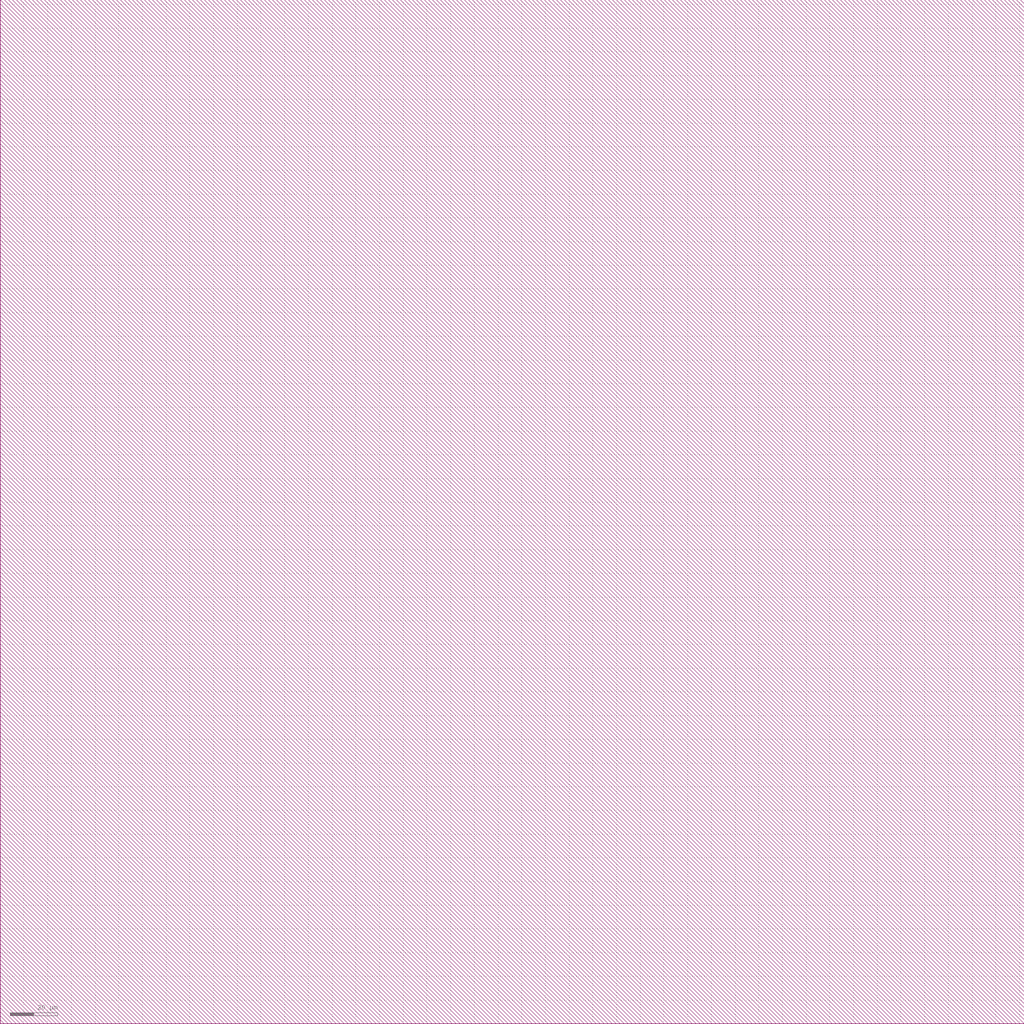
<source format=lef>
VERSION 5.6 ;

BUSBITCHARS "[]" ;

DIVIDERCHAR "/" ;

UNITS
    DATABASE MICRONS 1000 ;
END UNITS

MANUFACTURINGGRID 0.005000 ; 

CLEARANCEMEASURE EUCLIDEAN ; 

USEMINSPACING OBS ON ; 

SITE CoreSite
    CLASS CORE ;
    SIZE 0.600000 BY 0.300000 ;
END CoreSite

LAYER li
   TYPE ROUTING ;
   DIRECTION VERTICAL ;
   MINWIDTH 0.300000 ;
   AREA 0.056250 ;
   WIDTH 0.300000 ;
   SPACINGTABLE
      PARALLELRUNLENGTH 0.0
      WIDTH 0.0 0.225000 ;
   PITCH 0.600000 0.600000 ;
END li

LAYER mcon
    TYPE CUT ;
    SPACING 0.225000 ;
    WIDTH 0.300000 ;
    ENCLOSURE ABOVE 0.075000 0.075000 ;
    ENCLOSURE BELOW 0.000000 0.000000 ;
END mcon

LAYER met1
   TYPE ROUTING ;
   DIRECTION HORIZONTAL ;
   MINWIDTH 0.150000 ;
   AREA 0.084375 ;
   WIDTH 0.150000 ;
   SPACINGTABLE
      PARALLELRUNLENGTH 0.0
      WIDTH 0.0 0.150000 ;
   PITCH 0.300000 0.300000 ;
END met1

LAYER v1
    TYPE CUT ;
    SPACING 0.075000 ;
    WIDTH 0.300000 ;
    ENCLOSURE ABOVE 0.075000 0.075000 ;
    ENCLOSURE BELOW 0.075000 0.075000 ;
END v1

LAYER met2
   TYPE ROUTING ;
   DIRECTION VERTICAL ;
   MINWIDTH 0.150000 ;
   AREA 0.073125 ;
   WIDTH 0.150000 ;
   SPACINGTABLE
      PARALLELRUNLENGTH 0.0
      WIDTH 0.0 0.150000 ;
   PITCH 0.300000 0.300000 ;
END met2

LAYER v2
    TYPE CUT ;
    SPACING 0.150000 ;
    WIDTH 0.300000 ;
    ENCLOSURE ABOVE 0.075000 0.075000 ;
    ENCLOSURE BELOW 0.075000 0.000000 ;
END v2

LAYER met3
   TYPE ROUTING ;
   DIRECTION HORIZONTAL ;
   MINWIDTH 0.300000 ;
   AREA 0.241875 ;
   WIDTH 0.300000 ;
   SPACINGTABLE
      PARALLELRUNLENGTH 0.0
      WIDTH 0.0 0.300000 ;
   PITCH 0.600000 0.600000 ;
END met3

LAYER v3
    TYPE CUT ;
    SPACING 0.150000 ;
    WIDTH 0.450000 ;
    ENCLOSURE ABOVE 0.075000 0.075000 ;
    ENCLOSURE BELOW 0.075000 0.000000 ;
END v3

LAYER met4
   TYPE ROUTING ;
   DIRECTION VERTICAL ;
   MINWIDTH 0.300000 ;
   AREA 0.241875 ;
   WIDTH 0.300000 ;
   SPACINGTABLE
      PARALLELRUNLENGTH 0.0
      WIDTH 0.0 0.300000 ;
   PITCH 0.600000 0.600000 ;
END met4

LAYER v4
    TYPE CUT ;
    SPACING 0.450000 ;
    WIDTH 1.200000 ;
    ENCLOSURE ABOVE 0.150000 0.150000 ;
    ENCLOSURE BELOW 0.000000 0.000000 ;
END v4

LAYER met5
   TYPE ROUTING ;
   DIRECTION HORIZONTAL ;
   MINWIDTH 1.650000 ;
   AREA 4.005000 ;
   WIDTH 1.650000 ;
   SPACINGTABLE
      PARALLELRUNLENGTH 0.0
      WIDTH 0.0 1.650000 ;
   PITCH 3.300000 3.300000 ;
END met5

LAYER OVERLAP
   TYPE OVERLAP ;
END OVERLAP

VIA mcon_C DEFAULT
   LAYER li ;
     RECT -0.150000 -0.150000 0.150000 0.150000 ;
   LAYER mcon ;
     RECT -0.150000 -0.150000 0.150000 0.150000 ;
   LAYER met1 ;
     RECT -0.225000 -0.225000 0.225000 0.225000 ;
END mcon_C

VIA v1_C DEFAULT
   LAYER met1 ;
     RECT -0.225000 -0.225000 0.225000 0.225000 ;
   LAYER v1 ;
     RECT -0.150000 -0.150000 0.150000 0.150000 ;
   LAYER met2 ;
     RECT -0.225000 -0.225000 0.225000 0.225000 ;
END v1_C

VIA v2_C DEFAULT
   LAYER met2 ;
     RECT -0.150000 -0.225000 0.150000 0.225000 ;
   LAYER v2 ;
     RECT -0.150000 -0.150000 0.150000 0.150000 ;
   LAYER met3 ;
     RECT -0.225000 -0.225000 0.225000 0.225000 ;
END v2_C

VIA v2_Ch
   LAYER met2 ;
     RECT -0.225000 -0.150000 0.225000 0.150000 ;
   LAYER v2 ;
     RECT -0.150000 -0.150000 0.150000 0.150000 ;
   LAYER met3 ;
     RECT -0.225000 -0.225000 0.225000 0.225000 ;
END v2_Ch

VIA v2_Cv
   LAYER met2 ;
     RECT -0.150000 -0.225000 0.150000 0.225000 ;
   LAYER v2 ;
     RECT -0.150000 -0.150000 0.150000 0.150000 ;
   LAYER met3 ;
     RECT -0.225000 -0.225000 0.225000 0.225000 ;
END v2_Cv

VIA v3_C DEFAULT
   LAYER met3 ;
     RECT -0.300000 -0.225000 0.300000 0.225000 ;
   LAYER v3 ;
     RECT -0.225000 -0.225000 0.225000 0.225000 ;
   LAYER met4 ;
     RECT -0.300000 -0.300000 0.300000 0.300000 ;
END v3_C

VIA v3_Ch
   LAYER met3 ;
     RECT -0.300000 -0.225000 0.300000 0.225000 ;
   LAYER v3 ;
     RECT -0.225000 -0.225000 0.225000 0.225000 ;
   LAYER met4 ;
     RECT -0.300000 -0.300000 0.300000 0.300000 ;
END v3_Ch

VIA v3_Cv
   LAYER met3 ;
     RECT -0.300000 -0.225000 0.300000 0.225000 ;
   LAYER v3 ;
     RECT -0.225000 -0.225000 0.225000 0.225000 ;
   LAYER met4 ;
     RECT -0.300000 -0.300000 0.300000 0.300000 ;
END v3_Cv

VIA v4_C DEFAULT
   LAYER met4 ;
     RECT -0.600000 -0.600000 0.600000 0.600000 ;
   LAYER v4 ;
     RECT -0.600000 -0.600000 0.600000 0.600000 ;
   LAYER met5 ;
     RECT -0.750000 -0.750000 0.750000 0.750000 ;
END v4_C

MACRO _0_0std_0_0cells_0_0FAX1
    CLASS CORE ;
    FOREIGN _0_0std_0_0cells_0_0FAX1 0.000000 0.000000 ;
    ORIGIN 0.000000 0.000000 ;
    SIZE 10.200000 BY 8.700000 ;
    SYMMETRY X Y ;
    SITE CoreSite ;
    PIN A
        DIRECTION INPUT ;
        USE SIGNAL ;
        PORT
        LAYER li ;
        RECT 0.600000 8.325000 2.325000 8.400000 ;
        RECT 0.600000 8.100000 2.025000 8.325000 ;
        RECT 2.025000 8.100000 2.250000 8.325000 ;
        RECT 2.250000 8.100000 2.325000 8.325000 ;
        RECT 1.950000 8.025000 2.325000 8.100000 ;
        RECT 4.950000 8.325000 5.325000 8.400000 ;
        RECT 4.950000 8.100000 5.025000 8.325000 ;
        RECT 4.950000 8.025000 5.325000 8.100000 ;
        RECT 4.950000 6.525000 5.325000 6.600000 ;
        RECT 4.950000 6.300000 5.025000 6.525000 ;
        RECT 4.950000 6.225000 5.325000 6.300000 ;
        RECT 5.025000 8.100000 5.250000 8.325000 ;
        RECT 5.025000 6.600000 5.250000 8.025000 ;
        RECT 5.025000 6.300000 5.250000 6.525000 ;
        RECT 5.250000 8.100000 5.325000 8.325000 ;
        RECT 5.250000 6.300000 5.325000 6.525000 ;
        END
        ANTENNAGATEAREA 2.182500 ;
    END A
    PIN B
        DIRECTION INPUT ;
        USE SIGNAL ;
        PORT
        LAYER li ;
        RECT 0.600000 6.675000 1.500000 6.900000 ;
        RECT 0.600000 6.600000 2.850000 6.675000 ;
        RECT 1.500000 6.675000 1.725000 6.900000 ;
        RECT 1.725000 6.675000 2.850000 6.900000 ;
        RECT 1.425000 6.900000 1.800000 6.975000 ;
        RECT 2.550000 7.800000 4.425000 7.875000 ;
        RECT 2.550000 7.575000 2.625000 7.800000 ;
        RECT 2.550000 7.500000 4.425000 7.575000 ;
        RECT 2.550000 6.900000 2.850000 7.500000 ;
        RECT 2.625000 7.575000 2.850000 7.800000 ;
        RECT 2.850000 7.575000 3.975000 7.800000 ;
        RECT 3.975000 7.575000 4.200000 7.800000 ;
        RECT 4.200000 7.575000 4.425000 7.800000 ;
        RECT 6.450000 7.800000 6.825000 7.875000 ;
        RECT 6.450000 7.575000 6.525000 7.800000 ;
        RECT 6.450000 7.500000 6.825000 7.575000 ;
        RECT 6.525000 7.575000 6.750000 7.800000 ;
        RECT 6.750000 7.575000 6.825000 7.800000 ;
        END
        ANTENNAGATEAREA 2.137500 ;
    END B
    PIN C
        DIRECTION INPUT ;
        USE SIGNAL ;
        PORT
        LAYER li ;
        RECT 0.600000 5.625000 4.650000 5.700000 ;
        RECT 0.600000 5.400000 1.050000 5.625000 ;
        RECT 1.050000 5.400000 1.275000 5.625000 ;
        RECT 1.275000 5.400000 4.650000 5.625000 ;
        RECT 0.975000 5.325000 1.350000 5.400000 ;
        RECT 3.900000 7.200000 4.650000 7.275000 ;
        RECT 3.900000 6.975000 3.975000 7.200000 ;
        RECT 3.900000 6.900000 4.650000 6.975000 ;
        RECT 3.975000 6.975000 4.200000 7.200000 ;
        RECT 4.200000 6.975000 4.350000 7.200000 ;
        RECT 4.350000 6.975000 4.575000 7.200000 ;
        RECT 4.575000 6.975000 4.650000 7.200000 ;
        RECT 4.425000 5.700000 4.650000 6.900000 ;
        RECT 6.075000 7.200000 6.825000 7.275000 ;
        RECT 6.075000 6.975000 6.150000 7.200000 ;
        RECT 6.075000 6.900000 6.825000 6.975000 ;
        RECT 6.150000 6.975000 6.375000 7.200000 ;
        RECT 6.375000 6.975000 6.525000 7.200000 ;
        RECT 6.525000 6.975000 6.750000 7.200000 ;
        RECT 6.750000 6.975000 6.825000 7.200000 ;
        LAYER mcon ;
        RECT 3.975000 6.975000 4.200000 7.200000 ;
        RECT 6.525000 6.975000 6.750000 7.200000 ;
        LAYER met1 ;
        RECT 3.900000 7.200000 6.825000 7.275000 ;
        RECT 3.900000 6.975000 3.975000 7.200000 ;
        RECT 3.900000 6.900000 6.825000 6.975000 ;
        RECT 3.975000 6.975000 4.200000 7.200000 ;
        RECT 4.200000 6.975000 6.525000 7.200000 ;
        RECT 6.525000 6.975000 6.750000 7.200000 ;
        RECT 6.750000 6.975000 6.825000 7.200000 ;
        END
        ANTENNAGATEAREA 1.631250 ;
    END C
    PIN YC
        DIRECTION OUTPUT ;
        USE SIGNAL ;
        PORT
        LAYER li ;
        RECT 0.600000 0.750000 8.025000 0.900000 ;
        RECT 0.600000 0.675000 8.325000 0.750000 ;
        RECT 0.600000 0.600000 8.100000 0.675000 ;
        RECT 8.025000 0.750000 8.250000 0.975000 ;
        RECT 8.250000 0.750000 8.325000 0.975000 ;
        RECT 7.950000 0.975000 8.325000 1.050000 ;
        RECT 7.950000 0.900000 8.025000 0.975000 ;
        RECT 7.800000 3.300000 8.100000 3.525000 ;
        RECT 7.800000 3.075000 8.025000 3.300000 ;
        RECT 7.800000 2.850000 8.100000 3.075000 ;
        RECT 7.800000 2.775000 8.325000 2.850000 ;
        RECT 7.800000 2.550000 8.025000 2.775000 ;
        RECT 7.800000 2.475000 8.325000 2.550000 ;
        RECT 7.800000 2.250000 8.100000 2.475000 ;
        RECT 8.025000 3.075000 8.100000 3.300000 ;
        RECT 8.025000 2.550000 8.250000 2.775000 ;
        RECT 7.800000 1.950000 8.100000 2.025000 ;
        RECT 8.250000 2.550000 8.325000 2.775000 ;
        RECT 7.800000 2.025000 8.025000 2.250000 ;
        RECT 8.025000 2.025000 8.100000 2.250000 ;
        LAYER mcon ;
        RECT 8.025000 0.750000 8.250000 0.975000 ;
        RECT 8.025000 2.550000 8.250000 2.775000 ;
        LAYER met1 ;
        RECT 7.950000 0.975000 8.325000 1.050000 ;
        RECT 7.950000 0.750000 8.025000 0.975000 ;
        RECT 7.950000 0.675000 8.325000 0.750000 ;
        RECT 8.025000 1.050000 8.250000 2.475000 ;
        RECT 8.025000 0.750000 8.250000 0.975000 ;
        RECT 7.950000 2.775000 8.325000 2.850000 ;
        RECT 7.950000 2.550000 8.025000 2.775000 ;
        RECT 7.950000 2.475000 8.325000 2.550000 ;
        RECT 8.250000 0.750000 8.325000 0.975000 ;
        RECT 8.025000 2.550000 8.250000 2.775000 ;
        RECT 8.250000 2.550000 8.325000 2.775000 ;
        END
        ANTENNADIFFAREA 0.393750 ;
    END YC
    PIN YS
        DIRECTION OUTPUT ;
        USE SIGNAL ;
        PORT
        LAYER li ;
        RECT 9.375000 0.300000 9.675000 1.950000 ;
        RECT 8.550000 3.300000 8.925000 3.525000 ;
        RECT 8.550000 2.850000 8.925000 3.075000 ;
        RECT 8.550000 2.475000 9.675000 2.700000 ;
        RECT 8.550000 3.075000 8.625000 3.300000 ;
        RECT 9.075000 1.950000 9.675000 2.025000 ;
        RECT 8.625000 3.075000 8.850000 3.300000 ;
        RECT 8.550000 2.700000 9.450000 2.850000 ;
        RECT 8.850000 3.075000 8.925000 3.300000 ;
        RECT 9.075000 2.025000 9.150000 2.250000 ;
        RECT 9.150000 2.025000 9.375000 2.250000 ;
        RECT 9.075000 2.250000 9.675000 2.475000 ;
        RECT 9.375000 2.025000 9.675000 2.250000 ;
        END
        ANTENNADIFFAREA 0.393750 ;
    END YS
    PIN Vdd
        DIRECTION INPUT ;
        USE POWER ;
        PORT
        LAYER li ;
        RECT 0.600000 4.575000 0.900000 4.650000 ;
        RECT 0.600000 4.350000 0.675000 4.575000 ;
        RECT 0.600000 3.750000 0.825000 4.350000 ;
        RECT 0.600000 3.675000 5.025000 3.750000 ;
        RECT 0.600000 3.450000 0.675000 3.675000 ;
        RECT 0.600000 3.375000 0.975000 3.450000 ;
        RECT 0.675000 4.350000 0.900000 4.575000 ;
        RECT 0.675000 3.450000 0.900000 3.675000 ;
        RECT 0.900000 3.525000 3.525000 3.675000 ;
        RECT 0.900000 3.450000 0.975000 3.525000 ;
        RECT 3.450000 3.450000 3.525000 3.525000 ;
        RECT 3.450000 3.375000 3.825000 3.450000 ;
        RECT 3.525000 3.450000 3.750000 3.675000 ;
        RECT 3.750000 3.525000 4.125000 3.675000 ;
        RECT 3.750000 3.450000 3.825000 3.525000 ;
        RECT 4.050000 3.450000 4.125000 3.525000 ;
        RECT 4.050000 3.375000 4.425000 3.450000 ;
        RECT 4.125000 3.450000 4.350000 3.675000 ;
        RECT 7.200000 3.000000 7.275000 3.225000 ;
        RECT 7.200000 2.925000 7.500000 3.000000 ;
        RECT 4.350000 3.525000 4.725000 3.675000 ;
        RECT 4.350000 3.450000 4.425000 3.525000 ;
        RECT 7.275000 3.000000 7.500000 3.225000 ;
        RECT 4.650000 3.450000 4.725000 3.525000 ;
        RECT 4.650000 3.375000 5.025000 3.450000 ;
        RECT 4.725000 3.450000 4.950000 3.675000 ;
        RECT 4.950000 3.450000 5.025000 3.675000 ;
        RECT 7.125000 3.675000 7.500000 3.750000 ;
        RECT 7.125000 3.450000 7.200000 3.675000 ;
        RECT 7.125000 3.375000 7.500000 3.450000 ;
        RECT 7.200000 3.450000 7.425000 3.675000 ;
        RECT 7.200000 3.225000 7.500000 3.375000 ;
        RECT 7.425000 3.450000 7.500000 3.675000 ;
        LAYER mcon ;
        RECT 0.675000 4.350000 0.900000 4.575000 ;
        RECT 4.125000 3.450000 4.350000 3.675000 ;
        RECT 7.200000 3.450000 7.425000 3.675000 ;
        LAYER met1 ;
        RECT 0.600000 4.575000 0.975000 4.650000 ;
        RECT 0.600000 4.350000 0.675000 4.575000 ;
        RECT 0.600000 4.275000 0.975000 4.350000 ;
        RECT 0.675000 4.350000 0.900000 4.575000 ;
        RECT 0.900000 4.350000 0.975000 4.575000 ;
        RECT 4.050000 3.675000 7.575000 3.750000 ;
        RECT 4.050000 3.450000 4.125000 3.675000 ;
        RECT 4.050000 3.375000 4.425000 3.450000 ;
        RECT 4.125000 3.450000 4.350000 3.675000 ;
        RECT 4.350000 3.525000 7.200000 3.675000 ;
        RECT 4.350000 3.450000 4.425000 3.525000 ;
        RECT 7.125000 3.450000 7.200000 3.525000 ;
        RECT 7.200000 3.450000 7.425000 3.675000 ;
        RECT 7.425000 3.525000 7.575000 3.675000 ;
        RECT 7.425000 3.450000 7.500000 3.525000 ;
        RECT 7.125000 3.375000 7.500000 3.450000 ;
        END
        ANTENNADIFFAREA 4.365000 ;
    END Vdd
    PIN GND
        DIRECTION INPUT ;
        USE GROUND ;
        PORT
        LAYER li ;
        RECT 0.600000 1.425000 0.675000 1.650000 ;
        RECT 0.600000 1.350000 3.150000 1.425000 ;
        RECT 0.675000 1.425000 0.900000 1.650000 ;
        RECT 0.900000 1.425000 3.150000 1.650000 ;
        RECT 2.325000 1.950000 2.400000 2.175000 ;
        RECT 2.325000 1.875000 2.700000 1.950000 ;
        RECT 2.400000 1.950000 2.625000 2.175000 ;
        RECT 2.625000 1.950000 3.525000 2.175000 ;
        RECT 2.925000 1.650000 3.150000 1.950000 ;
        RECT 3.525000 1.950000 3.750000 2.175000 ;
        RECT 2.325000 2.175000 2.700000 2.250000 ;
        RECT 3.750000 1.950000 4.725000 2.175000 ;
        RECT 3.450000 1.875000 3.825000 1.950000 ;
        RECT 4.725000 1.950000 4.950000 2.175000 ;
        RECT 3.450000 2.175000 3.825000 2.250000 ;
        RECT 4.950000 1.950000 5.325000 2.175000 ;
        RECT 4.650000 1.875000 5.025000 1.950000 ;
        RECT 5.325000 1.950000 5.550000 2.175000 ;
        RECT 5.550000 1.950000 5.625000 2.175000 ;
        RECT 5.250000 1.875000 5.625000 1.950000 ;
        RECT 6.900000 2.250000 7.575000 2.325000 ;
        RECT 6.900000 2.025000 6.975000 2.250000 ;
        RECT 6.900000 1.950000 7.575000 2.025000 ;
        RECT 4.650000 2.175000 5.025000 2.250000 ;
        RECT 6.975000 2.025000 7.200000 2.250000 ;
        RECT 7.200000 2.025000 7.275000 2.250000 ;
        RECT 5.250000 2.175000 5.625000 2.250000 ;
        RECT 7.275000 2.025000 7.500000 2.250000 ;
        RECT 7.500000 2.025000 7.575000 2.250000 ;
        LAYER mcon ;
        RECT 0.675000 1.425000 0.900000 1.650000 ;
        RECT 5.325000 1.950000 5.550000 2.175000 ;
        RECT 6.975000 2.025000 7.200000 2.250000 ;
        LAYER met1 ;
        RECT 0.600000 1.650000 0.975000 1.725000 ;
        RECT 0.600000 1.425000 0.675000 1.650000 ;
        RECT 0.600000 1.350000 0.975000 1.425000 ;
        RECT 0.675000 1.425000 0.900000 1.650000 ;
        RECT 0.900000 1.425000 0.975000 1.650000 ;
        RECT 5.250000 2.175000 5.625000 2.250000 ;
        RECT 5.250000 1.950000 5.325000 2.175000 ;
        RECT 5.250000 1.875000 5.625000 1.950000 ;
        RECT 5.325000 1.950000 5.550000 2.175000 ;
        RECT 6.900000 2.250000 7.275000 2.325000 ;
        RECT 6.900000 2.175000 6.975000 2.250000 ;
        RECT 5.550000 2.025000 6.975000 2.175000 ;
        RECT 5.550000 1.950000 7.275000 2.025000 ;
        RECT 6.975000 2.025000 7.200000 2.250000 ;
        RECT 7.200000 2.025000 7.275000 2.250000 ;
        END
        ANTENNADIFFAREA 2.340000 ;
    END GND
    OBS
        LAYER li ;
        RECT 6.000000 1.350000 8.775000 1.575000 ;
        RECT 1.200000 2.475000 5.775000 2.850000 ;
        RECT 1.200000 2.325000 1.575000 2.475000 ;
        RECT 1.200000 2.100000 1.275000 2.325000 ;
        RECT 1.200000 2.025000 1.575000 2.100000 ;
        RECT 8.775000 1.350000 9.000000 1.575000 ;
        RECT 1.275000 2.100000 1.500000 2.325000 ;
        RECT 6.000000 1.575000 6.300000 1.875000 ;
        RECT 9.000000 1.350000 9.075000 1.575000 ;
        RECT 1.500000 2.100000 1.575000 2.325000 ;
        RECT 8.700000 1.575000 9.075000 1.650000 ;
        RECT 1.800000 3.000000 1.875000 3.225000 ;
        RECT 1.800000 2.850000 2.175000 3.000000 ;
        RECT 1.875000 3.000000 2.100000 3.225000 ;
        RECT 6.000000 1.275000 9.075000 1.350000 ;
        RECT 2.100000 3.000000 2.175000 3.225000 ;
        RECT 6.000000 2.100000 6.300000 3.075000 ;
        RECT 6.000000 1.875000 6.225000 2.100000 ;
        RECT 6.225000 1.875000 6.300000 2.100000 ;
        RECT 7.800000 3.900000 8.025000 4.125000 ;
        RECT 7.800000 3.825000 8.100000 3.900000 ;
        RECT 8.025000 3.900000 8.100000 4.125000 ;
        RECT 5.475000 7.200000 5.850000 7.275000 ;
        RECT 5.475000 6.975000 5.550000 7.200000 ;
        RECT 5.475000 6.900000 5.850000 6.975000 ;
        RECT 5.550000 4.200000 5.775000 6.900000 ;
        RECT 5.550000 4.125000 8.100000 4.200000 ;
        RECT 5.550000 3.975000 7.800000 4.125000 ;
        RECT 5.550000 2.850000 5.775000 3.975000 ;
        RECT 5.550000 6.975000 5.775000 7.200000 ;
        RECT 5.775000 6.975000 5.850000 7.200000 ;
        RECT 6.000000 3.300000 6.300000 3.450000 ;
        RECT 6.000000 3.075000 6.225000 3.300000 ;
        RECT 6.225000 3.075000 6.300000 3.300000 ;
    END
END _0_0std_0_0cells_0_0FAX1

MACRO welltap_svt
    CLASS CORE WELLTAP ;
    FOREIGN welltap_svt 0.000000 0.000000 ;
    ORIGIN 0.000000 0.000000 ;
    SIZE 1.200000 BY 2.100000 ;
    SYMMETRY X Y ;
    SITE CoreSite ;
    PIN Vdd
        DIRECTION INPUT ;
        USE POWER ;
        PORT
        LAYER li ;
        RECT 0.600000 1.500000 0.900000 1.800000 ;
        END
    END Vdd
    PIN GND
        DIRECTION INPUT ;
        USE GROUND ;
        PORT
        LAYER li ;
        RECT 0.600000 0.300000 0.900000 0.600000 ;
        END
    END GND
END welltap_svt

MACRO circuitppnp
   CLASS CORE ;
   FOREIGN circuitppnp 0.000000 0.000000 ;
   ORIGIN 0.000000 0.000000 ; 
   SIZE 432.000000 BY 432.000000 ; 
   SYMMETRY X Y ;
   SITE CoreSite ;
END circuitppnp

MACRO circuitwell
   CLASS CORE ;
   FOREIGN circuitwell 0.000000 0.000000 ;
   ORIGIN 0.000000 0.000000 ; 
   SIZE 432.000000 BY 432.000000 ; 
   SYMMETRY X Y ;
   SITE CoreSite ;
END circuitwell


</source>
